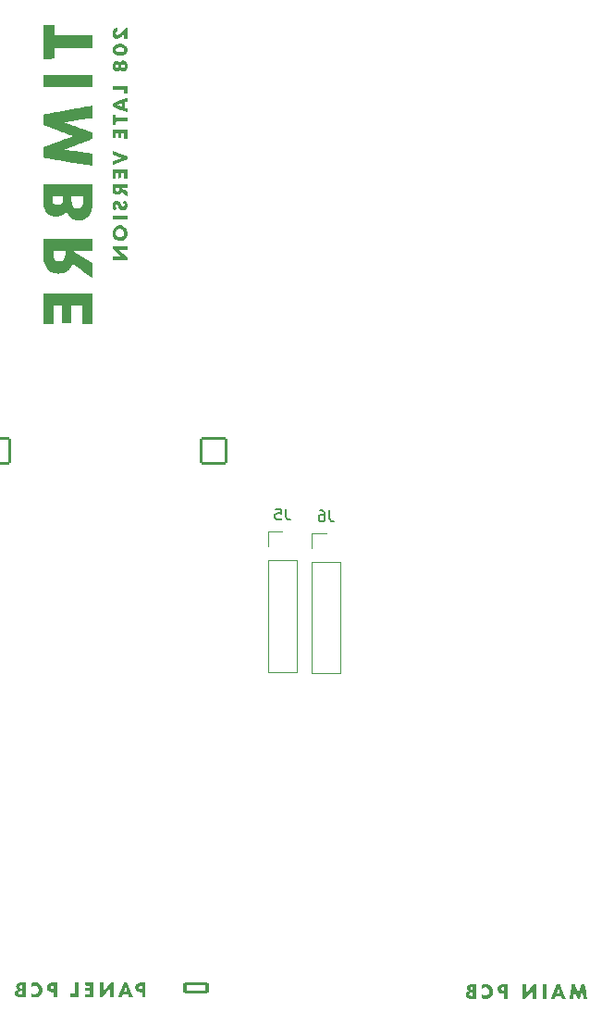
<source format=gbr>
%TF.GenerationSoftware,KiCad,Pcbnew,(7.0.0-0)*%
%TF.CreationDate,2023-02-25T18:04:37+01:00*%
%TF.ProjectId,208_Timbre_Workshop,3230385f-5469-46d6-9272-655f576f726b,1*%
%TF.SameCoordinates,Original*%
%TF.FileFunction,Legend,Bot*%
%TF.FilePolarity,Positive*%
%FSLAX46Y46*%
G04 Gerber Fmt 4.6, Leading zero omitted, Abs format (unit mm)*
G04 Created by KiCad (PCBNEW (7.0.0-0)) date 2023-02-25 18:04:37*
%MOMM*%
%LPD*%
G01*
G04 APERTURE LIST*
G04 Aperture macros list*
%AMRoundRect*
0 Rectangle with rounded corners*
0 $1 Rounding radius*
0 $2 $3 $4 $5 $6 $7 $8 $9 X,Y pos of 4 corners*
0 Add a 4 corners polygon primitive as box body*
4,1,4,$2,$3,$4,$5,$6,$7,$8,$9,$2,$3,0*
0 Add four circle primitives for the rounded corners*
1,1,$1+$1,$2,$3*
1,1,$1+$1,$4,$5*
1,1,$1+$1,$6,$7*
1,1,$1+$1,$8,$9*
0 Add four rect primitives between the rounded corners*
20,1,$1+$1,$2,$3,$4,$5,0*
20,1,$1+$1,$4,$5,$6,$7,0*
20,1,$1+$1,$6,$7,$8,$9,0*
20,1,$1+$1,$8,$9,$2,$3,0*%
G04 Aperture macros list end*
%ADD10C,0.150000*%
%ADD11C,0.120000*%
%ADD12C,1.600000*%
%ADD13O,1.600000X1.600000*%
%ADD14C,4.000000*%
%ADD15RoundRect,0.165000X-0.985000X-0.385000X0.985000X-0.385000X0.985000X0.385000X-0.985000X0.385000X0*%
%ADD16O,2.400000X1.300000*%
%ADD17C,3.200000*%
%ADD18R,1.600000X1.600000*%
%ADD19C,1.676400*%
%ADD20R,1.300000X1.300000*%
%ADD21C,1.300000*%
%ADD22C,2.000000*%
%ADD23RoundRect,0.125000X1.125000X1.125000X-1.125000X1.125000X-1.125000X-1.125000X1.125000X-1.125000X0*%
%ADD24C,2.500000*%
%ADD25R,1.650000X1.650000*%
%ADD26C,1.650000*%
%ADD27R,1.700000X1.700000*%
%ADD28O,1.700000X1.700000*%
G04 APERTURE END LIST*
D10*
%TO.C,J6*%
X51855933Y57164020D02*
X51855933Y56449734D01*
X51855933Y56449734D02*
X51903552Y56306877D01*
X51903552Y56306877D02*
X51998790Y56211639D01*
X51998790Y56211639D02*
X52141647Y56164020D01*
X52141647Y56164020D02*
X52236885Y56164020D01*
X50951171Y57164020D02*
X51141647Y57164020D01*
X51141647Y57164020D02*
X51236885Y57116400D01*
X51236885Y57116400D02*
X51284504Y57068781D01*
X51284504Y57068781D02*
X51379742Y56925924D01*
X51379742Y56925924D02*
X51427361Y56735448D01*
X51427361Y56735448D02*
X51427361Y56354496D01*
X51427361Y56354496D02*
X51379742Y56259258D01*
X51379742Y56259258D02*
X51332123Y56211639D01*
X51332123Y56211639D02*
X51236885Y56164020D01*
X51236885Y56164020D02*
X51046409Y56164020D01*
X51046409Y56164020D02*
X50951171Y56211639D01*
X50951171Y56211639D02*
X50903552Y56259258D01*
X50903552Y56259258D02*
X50855933Y56354496D01*
X50855933Y56354496D02*
X50855933Y56592591D01*
X50855933Y56592591D02*
X50903552Y56687829D01*
X50903552Y56687829D02*
X50951171Y56735448D01*
X50951171Y56735448D02*
X51046409Y56783067D01*
X51046409Y56783067D02*
X51236885Y56783067D01*
X51236885Y56783067D02*
X51332123Y56735448D01*
X51332123Y56735448D02*
X51379742Y56687829D01*
X51379742Y56687829D02*
X51427361Y56592591D01*
%TO.C,J5*%
X47855933Y57304020D02*
X47855933Y56589734D01*
X47855933Y56589734D02*
X47903552Y56446877D01*
X47903552Y56446877D02*
X47998790Y56351639D01*
X47998790Y56351639D02*
X48141647Y56304020D01*
X48141647Y56304020D02*
X48236885Y56304020D01*
X46903552Y57304020D02*
X47379742Y57304020D01*
X47379742Y57304020D02*
X47427361Y56827829D01*
X47427361Y56827829D02*
X47379742Y56875448D01*
X47379742Y56875448D02*
X47284504Y56923067D01*
X47284504Y56923067D02*
X47046409Y56923067D01*
X47046409Y56923067D02*
X46951171Y56875448D01*
X46951171Y56875448D02*
X46903552Y56827829D01*
X46903552Y56827829D02*
X46855933Y56732591D01*
X46855933Y56732591D02*
X46855933Y56494496D01*
X46855933Y56494496D02*
X46903552Y56399258D01*
X46903552Y56399258D02*
X46951171Y56351639D01*
X46951171Y56351639D02*
X47046409Y56304020D01*
X47046409Y56304020D02*
X47284504Y56304020D01*
X47284504Y56304020D02*
X47379742Y56351639D01*
X47379742Y56351639D02*
X47427361Y56399258D01*
D11*
%TO.C,J6*%
X52852600Y42271400D02*
X50192600Y42271400D01*
X52852600Y52491400D02*
X52852600Y42271400D01*
X52852600Y52491400D02*
X50192600Y52491400D01*
X51522600Y55091400D02*
X50192600Y55091400D01*
X50192600Y52491400D02*
X50192600Y42271400D01*
X50192600Y55091400D02*
X50192600Y53761400D01*
%TO.C,G\u002A\u002A\u002A*%
G36*
X31137722Y13578458D02*
G01*
X31137722Y13165212D01*
X31468283Y13578458D01*
X31798844Y13991705D01*
X31932989Y13991705D01*
X32067134Y13991705D01*
X32067134Y13321116D01*
X32067134Y12650528D01*
X31908310Y12650528D01*
X31749487Y12650528D01*
X31749487Y13069874D01*
X31749487Y13489219D01*
X31417134Y13072815D01*
X31084781Y12656410D01*
X30952428Y12653084D01*
X30820075Y12649758D01*
X30820075Y13320731D01*
X30820075Y13991705D01*
X30978898Y13991705D01*
X31137722Y13991705D01*
X31137722Y13578458D01*
G37*
G36*
X28711251Y13989095D02*
G01*
X28873016Y13985822D01*
X28876072Y13332881D01*
X28876397Y13254775D01*
X28876727Y13136848D01*
X28876843Y13027204D01*
X28876753Y12928019D01*
X28876464Y12841473D01*
X28875987Y12769743D01*
X28875328Y12715008D01*
X28874496Y12679446D01*
X28873500Y12665234D01*
X28873486Y12665198D01*
X28866358Y12660830D01*
X28847515Y12657352D01*
X28814989Y12654684D01*
X28766811Y12652747D01*
X28701012Y12651461D01*
X28615624Y12650748D01*
X28508679Y12650528D01*
X28149487Y12650528D01*
X28149487Y12803469D01*
X28149487Y12956410D01*
X28349487Y12956410D01*
X28549487Y12956410D01*
X28549487Y13474390D01*
X28549487Y13992369D01*
X28711251Y13989095D01*
G37*
G36*
X30252542Y13332881D02*
G01*
X30252867Y13254775D01*
X30253198Y13136848D01*
X30253314Y13027204D01*
X30253223Y12928019D01*
X30252935Y12841473D01*
X30252457Y12769743D01*
X30251798Y12715008D01*
X30250967Y12679446D01*
X30249970Y12665234D01*
X30247850Y12663051D01*
X30235568Y12659328D01*
X30210986Y12656361D01*
X30172234Y12654083D01*
X30117439Y12652427D01*
X30044731Y12651328D01*
X29952239Y12650717D01*
X29838091Y12650528D01*
X29431840Y12650528D01*
X29431840Y12791705D01*
X29431840Y12932881D01*
X29678898Y12932881D01*
X29925957Y12932881D01*
X29925957Y13079940D01*
X29925957Y13226999D01*
X29696546Y13226999D01*
X29467134Y13226999D01*
X29467134Y13362293D01*
X29467134Y13497587D01*
X29696546Y13497587D01*
X29925957Y13497587D01*
X29925957Y13603231D01*
X29925957Y13708874D01*
X29681840Y13712054D01*
X29437722Y13715234D01*
X29437722Y13850528D01*
X29437722Y13985822D01*
X29843604Y13985822D01*
X30249487Y13985822D01*
X30252542Y13332881D01*
G37*
G36*
X24973674Y14002963D02*
G01*
X25087131Y13973020D01*
X25193792Y13924954D01*
X25291350Y13859957D01*
X25377496Y13779223D01*
X25449926Y13683944D01*
X25506331Y13575312D01*
X25544404Y13454520D01*
X25550963Y13420873D01*
X25559756Y13301684D01*
X25547086Y13185035D01*
X25514559Y13073300D01*
X25463785Y12968855D01*
X25396370Y12874076D01*
X25313923Y12791337D01*
X25218051Y12723015D01*
X25110363Y12671485D01*
X24992467Y12639122D01*
X24980268Y12637139D01*
X24899638Y12631607D01*
X24809258Y12635706D01*
X24717291Y12648375D01*
X24631901Y12668553D01*
X24561251Y12695178D01*
X24520075Y12715234D01*
X24516827Y12894697D01*
X24513579Y13074161D01*
X24575651Y13027086D01*
X24649807Y12980859D01*
X24736106Y12950839D01*
X24831840Y12941186D01*
X24893346Y12945384D01*
X24984038Y12969035D01*
X25063555Y13012486D01*
X25129942Y13074547D01*
X25181247Y13154027D01*
X25198075Y13191726D01*
X25208226Y13226575D01*
X25213000Y13266669D01*
X25214193Y13321116D01*
X25213098Y13373740D01*
X25208487Y13414323D01*
X25198580Y13449215D01*
X25181599Y13487487D01*
X25170123Y13508788D01*
X25119852Y13576789D01*
X25056369Y13635266D01*
X24986848Y13677230D01*
X24980332Y13680024D01*
X24908958Y13699006D01*
X24828393Y13703515D01*
X24746969Y13693747D01*
X24673016Y13669895D01*
X24639492Y13653182D01*
X24593829Y13626819D01*
X24558310Y13602347D01*
X24514193Y13567066D01*
X24514193Y13748525D01*
X24514193Y13929984D01*
X24574396Y13955882D01*
X24615595Y13972133D01*
X24735599Y14003712D01*
X24855727Y14013592D01*
X24973674Y14002963D01*
G37*
G36*
X35003722Y13709352D02*
G01*
X35005484Y13332881D01*
X35005808Y13254775D01*
X35006139Y13136848D01*
X35006255Y13027204D01*
X35006165Y12928019D01*
X35005876Y12841473D01*
X35005398Y12769743D01*
X35004739Y12715008D01*
X35003908Y12679446D01*
X35002912Y12665234D01*
X35001470Y12663096D01*
X34987335Y12657271D01*
X34957019Y12653380D01*
X34908084Y12651205D01*
X34838091Y12650528D01*
X34678898Y12650528D01*
X34678898Y12885822D01*
X34678898Y13121116D01*
X34575488Y13121116D01*
X34542827Y13121726D01*
X34425424Y13135377D01*
X34322082Y13166666D01*
X34233597Y13215187D01*
X34160764Y13280531D01*
X34104379Y13362293D01*
X34100535Y13369586D01*
X34088019Y13396236D01*
X34079988Y13422188D01*
X34075463Y13453498D01*
X34073465Y13496221D01*
X34073029Y13554695D01*
X34396546Y13554695D01*
X34396550Y13552091D01*
X34399056Y13509015D01*
X34408148Y13478861D01*
X34426714Y13451775D01*
X34429585Y13448521D01*
X34462955Y13421505D01*
X34500243Y13403879D01*
X34519885Y13399631D01*
X34564531Y13394003D01*
X34611251Y13391770D01*
X34678898Y13391705D01*
X34678898Y13550528D01*
X34678898Y13709352D01*
X34596168Y13709352D01*
X34584625Y13709266D01*
X34511835Y13703052D01*
X34458538Y13685965D01*
X34422827Y13656527D01*
X34402798Y13613263D01*
X34396546Y13554695D01*
X34073029Y13554695D01*
X34073016Y13556410D01*
X34073035Y13572874D01*
X34073770Y13628301D01*
X34076291Y13667723D01*
X34081577Y13697198D01*
X34090605Y13722781D01*
X34104353Y13750528D01*
X34138640Y13803779D01*
X34204671Y13872223D01*
X34284781Y13924171D01*
X34307343Y13934931D01*
X34347405Y13951519D01*
X34388310Y13964143D01*
X34433837Y13973319D01*
X34487763Y13979561D01*
X34553867Y13983382D01*
X34635927Y13985298D01*
X34737722Y13985822D01*
X35002428Y13985822D01*
X35003722Y13709352D01*
G37*
G36*
X26909604Y13709352D02*
G01*
X26911366Y13332881D01*
X26911691Y13254775D01*
X26912021Y13136848D01*
X26912137Y13027204D01*
X26912047Y12928019D01*
X26911759Y12841473D01*
X26911281Y12769743D01*
X26910622Y12715008D01*
X26909790Y12679446D01*
X26908794Y12665234D01*
X26907352Y12663096D01*
X26893218Y12657271D01*
X26862901Y12653380D01*
X26813966Y12651205D01*
X26743974Y12650528D01*
X26584781Y12650528D01*
X26584781Y12885822D01*
X26584781Y13121116D01*
X26481370Y13121116D01*
X26448709Y13121726D01*
X26331306Y13135377D01*
X26227964Y13166666D01*
X26139479Y13215187D01*
X26066646Y13280531D01*
X26010261Y13362293D01*
X26006417Y13369586D01*
X25993902Y13396236D01*
X25985870Y13422188D01*
X25981345Y13453498D01*
X25979347Y13496221D01*
X25978911Y13554695D01*
X26302428Y13554695D01*
X26302432Y13552091D01*
X26304939Y13509015D01*
X26314030Y13478861D01*
X26332596Y13451775D01*
X26335467Y13448521D01*
X26368837Y13421505D01*
X26406125Y13403879D01*
X26425768Y13399631D01*
X26470414Y13394003D01*
X26517134Y13391770D01*
X26584781Y13391705D01*
X26584781Y13550528D01*
X26584781Y13709352D01*
X26502050Y13709352D01*
X26490507Y13709266D01*
X26417717Y13703052D01*
X26364420Y13685965D01*
X26328710Y13656527D01*
X26308681Y13613263D01*
X26302428Y13554695D01*
X25978911Y13554695D01*
X25978898Y13556410D01*
X25978918Y13572874D01*
X25979652Y13628301D01*
X25982173Y13667723D01*
X25987459Y13697198D01*
X25996487Y13722781D01*
X26010235Y13750528D01*
X26044523Y13803779D01*
X26110553Y13872223D01*
X26190663Y13924171D01*
X26213225Y13934931D01*
X26253288Y13951519D01*
X26294193Y13964143D01*
X26339719Y13973319D01*
X26393645Y13979561D01*
X26459749Y13983382D01*
X26541809Y13985298D01*
X26643604Y13985822D01*
X26908310Y13985822D01*
X26909604Y13709352D01*
G37*
G36*
X24008310Y13735622D02*
G01*
X24008310Y13322502D01*
X24008310Y13215234D01*
X24008310Y12650528D01*
X23746546Y12650617D01*
X23739766Y12650622D01*
X23615278Y12651947D01*
X23511226Y12656002D01*
X23424751Y12663365D01*
X23353000Y12674612D01*
X23293114Y12690322D01*
X23242237Y12711071D01*
X23197514Y12737438D01*
X23156088Y12770000D01*
X23127601Y12797217D01*
X23084132Y12854628D01*
X23058036Y12919714D01*
X23046177Y12999010D01*
X23047022Y13066284D01*
X23048128Y13071271D01*
X23363195Y13071271D01*
X23369011Y13021405D01*
X23392474Y12975707D01*
X23433839Y12939454D01*
X23465926Y12926445D01*
X23513643Y12917450D01*
X23580708Y12911897D01*
X23690663Y12906146D01*
X23690663Y13060690D01*
X23690663Y13215234D01*
X23593604Y13214976D01*
X23539398Y13213180D01*
X23487791Y13205856D01*
X23446103Y13191823D01*
X23403477Y13162409D01*
X23374769Y13120031D01*
X23363195Y13071271D01*
X23048128Y13071271D01*
X23065950Y13151651D01*
X23104868Y13225516D01*
X23162991Y13286519D01*
X23239532Y13333301D01*
X23297916Y13360085D01*
X23247816Y13406265D01*
X23212150Y13443080D01*
X23175505Y13498966D01*
X23155533Y13562483D01*
X23152808Y13597496D01*
X23457496Y13597496D01*
X23465199Y13548057D01*
X23488145Y13504220D01*
X23525774Y13472325D01*
X23526595Y13471893D01*
X23573046Y13456327D01*
X23628715Y13450528D01*
X23690663Y13450528D01*
X23690663Y13593075D01*
X23690663Y13735622D01*
X23614319Y13730761D01*
X23597176Y13729407D01*
X23542655Y13719595D01*
X23505496Y13701792D01*
X23490057Y13687830D01*
X23465595Y13646200D01*
X23457496Y13597496D01*
X23152808Y13597496D01*
X23149487Y13640168D01*
X23149489Y13641670D01*
X23159450Y13730660D01*
X23188845Y13806572D01*
X23237851Y13869636D01*
X23306646Y13920080D01*
X23395406Y13958132D01*
X23419824Y13965423D01*
X23449367Y13972217D01*
X23483406Y13977403D01*
X23525749Y13981321D01*
X23580202Y13984308D01*
X23650571Y13986703D01*
X23740663Y13988846D01*
X24008310Y13994476D01*
X24008310Y13735622D01*
G37*
G36*
X33648532Y13165813D02*
G01*
X33687307Y13071459D01*
X33726052Y12976971D01*
X33761477Y12890349D01*
X33792628Y12813906D01*
X33818548Y12749955D01*
X33838285Y12700809D01*
X33850882Y12668781D01*
X33851544Y12662733D01*
X33845340Y12657414D01*
X33828468Y12653881D01*
X33797712Y12651787D01*
X33749860Y12650785D01*
X33681696Y12650528D01*
X33505505Y12650528D01*
X33459655Y12776999D01*
X33413804Y12903469D01*
X33170932Y12906646D01*
X32928060Y12909823D01*
X32884859Y12780175D01*
X32841659Y12650528D01*
X32658907Y12650528D01*
X32637314Y12650539D01*
X32574042Y12650862D01*
X32530103Y12651919D01*
X32502215Y12654090D01*
X32487100Y12657759D01*
X32481478Y12663307D01*
X32482070Y12671116D01*
X32482755Y12673179D01*
X32490653Y12693946D01*
X32506225Y12733470D01*
X32528503Y12789364D01*
X32556518Y12859241D01*
X32589303Y12940713D01*
X32625887Y13031394D01*
X32665302Y13128896D01*
X32680017Y13165234D01*
X33019965Y13165234D01*
X33020105Y13164854D01*
X33033439Y13161561D01*
X33065361Y13158878D01*
X33111412Y13157072D01*
X33167134Y13156410D01*
X33173489Y13156419D01*
X33228365Y13157269D01*
X33273078Y13159308D01*
X33303171Y13162251D01*
X33314193Y13165813D01*
X33314191Y13165887D01*
X33310235Y13179891D01*
X33299550Y13212326D01*
X33283374Y13259574D01*
X33262944Y13318018D01*
X33239500Y13384041D01*
X33164808Y13592866D01*
X33092331Y13383462D01*
X33091818Y13381979D01*
X33069122Y13315922D01*
X33049389Y13257599D01*
X33033818Y13210631D01*
X33023610Y13178636D01*
X33019965Y13165234D01*
X32680017Y13165234D01*
X32706580Y13230832D01*
X32748752Y13334815D01*
X32790849Y13438458D01*
X32831903Y13539373D01*
X32870945Y13635174D01*
X32907006Y13723473D01*
X32939117Y13801884D01*
X32966310Y13868018D01*
X32987617Y13919489D01*
X33002068Y13953909D01*
X33008694Y13968893D01*
X33010772Y13972454D01*
X33019252Y13981099D01*
X33034164Y13986704D01*
X33059781Y13989911D01*
X33100377Y13991363D01*
X33160225Y13991705D01*
X33207918Y13991267D01*
X33262028Y13988847D01*
X33295757Y13984151D01*
X33310954Y13976999D01*
X33314978Y13968490D01*
X33327243Y13940130D01*
X33346689Y13894193D01*
X33372361Y13832993D01*
X33403303Y13758842D01*
X33438563Y13674054D01*
X33477184Y13580941D01*
X33518212Y13481816D01*
X33560693Y13378992D01*
X33603672Y13274783D01*
X33646195Y13171501D01*
X33648532Y13165813D01*
G37*
G36*
X30145307Y96426958D02*
G01*
X30145307Y95862252D01*
X27880601Y95862252D01*
X25615895Y95862252D01*
X25615895Y96426958D01*
X25615895Y96991664D01*
X27880601Y96991664D01*
X30145307Y96991664D01*
X30145307Y96426958D01*
G37*
G36*
X33321778Y83921075D02*
G01*
X33321778Y83756369D01*
X32657072Y83756369D01*
X31992366Y83756369D01*
X31992366Y83921075D01*
X31992366Y84085781D01*
X32657072Y84085781D01*
X33321778Y84085781D01*
X33321778Y83921075D01*
G37*
G36*
X33321778Y95626958D02*
G01*
X33321778Y95262252D01*
X33168836Y95262252D01*
X33015895Y95262252D01*
X33015895Y95462252D01*
X33015895Y95662252D01*
X32504131Y95662252D01*
X31992366Y95662252D01*
X31992366Y95826958D01*
X31992366Y95991664D01*
X32657072Y95991664D01*
X33321778Y95991664D01*
X33321778Y95626958D01*
G37*
G36*
X26130601Y101565317D02*
G01*
X26645307Y101562252D01*
X26648379Y101076958D01*
X26651450Y100591664D01*
X28398379Y100591664D01*
X30145307Y100591664D01*
X30145307Y100015193D01*
X30145307Y99438722D01*
X28398379Y99438722D01*
X26651450Y99438722D01*
X26648379Y98953428D01*
X26645307Y98468134D01*
X26130601Y98465069D01*
X25615895Y98462005D01*
X25615895Y100015193D01*
X25615895Y101568382D01*
X26130601Y101565317D01*
G37*
G36*
X32142366Y93353780D02*
G01*
X32292366Y93350487D01*
X32295680Y93212252D01*
X32298995Y93074017D01*
X32810386Y93074017D01*
X33321778Y93074017D01*
X33321778Y92903428D01*
X33321778Y92732840D01*
X32810375Y92732840D01*
X32298972Y92732840D01*
X32295669Y92588722D01*
X32292366Y92444605D01*
X32142366Y92441312D01*
X31992366Y92438019D01*
X31992366Y92897546D01*
X31992366Y93357072D01*
X32142366Y93353780D01*
G37*
G36*
X33321778Y81150638D02*
G01*
X33321778Y80991965D01*
X32908699Y80988873D01*
X32495621Y80985781D01*
X32908699Y80657408D01*
X33321778Y80329034D01*
X33321778Y80195643D01*
X33321778Y80062252D01*
X32657072Y80062252D01*
X31992366Y80062252D01*
X31992366Y80220923D01*
X31992366Y80379594D01*
X32399146Y80382688D01*
X32805927Y80385781D01*
X32399735Y80709311D01*
X31993544Y81032840D01*
X31992955Y81171075D01*
X31992366Y81309311D01*
X32657072Y81309311D01*
X33321778Y81309311D01*
X33321778Y81150638D01*
G37*
G36*
X33321778Y91591664D02*
G01*
X33321778Y91179899D01*
X33186484Y91179899D01*
X33051189Y91179899D01*
X33051189Y91426958D01*
X33051189Y91674017D01*
X32904385Y91674017D01*
X32757580Y91674017D01*
X32754385Y91447546D01*
X32751189Y91221075D01*
X32618836Y91217749D01*
X32486484Y91214422D01*
X32486484Y91444219D01*
X32486484Y91674017D01*
X32374719Y91674017D01*
X32262954Y91674017D01*
X32262954Y91432840D01*
X32262954Y91191664D01*
X32127660Y91191664D01*
X31992366Y91191664D01*
X31992366Y91597546D01*
X31992366Y92003428D01*
X32657072Y92003428D01*
X33321778Y92003428D01*
X33321778Y91591664D01*
G37*
G36*
X33321778Y87921075D02*
G01*
X33321778Y87509311D01*
X33186484Y87509311D01*
X33051189Y87509311D01*
X33051189Y87756369D01*
X33051189Y88003428D01*
X32904385Y88003428D01*
X32757580Y88003428D01*
X32754385Y87776958D01*
X32751189Y87550487D01*
X32618836Y87547161D01*
X32486484Y87543834D01*
X32486484Y87773631D01*
X32486484Y88003428D01*
X32374719Y88003428D01*
X32262954Y88003428D01*
X32262954Y87762252D01*
X32262954Y87521075D01*
X32127660Y87521075D01*
X31992366Y87521075D01*
X31992366Y87926958D01*
X31992366Y88332840D01*
X32657072Y88332840D01*
X33321778Y88332840D01*
X33321778Y87921075D01*
G37*
G36*
X30145307Y75585781D02*
G01*
X30145307Y74191664D01*
X29680601Y74191664D01*
X29215895Y74191664D01*
X29215895Y75026958D01*
X29215895Y75862252D01*
X28715895Y75862252D01*
X28215895Y75862252D01*
X28215895Y75079899D01*
X28215895Y74297546D01*
X27762954Y74297546D01*
X27310013Y74297546D01*
X27310013Y75079899D01*
X27310013Y75862252D01*
X26927660Y75862252D01*
X26545307Y75862252D01*
X26545307Y75038722D01*
X26545307Y74215193D01*
X26080601Y74215193D01*
X25615895Y74215193D01*
X25615895Y75597546D01*
X25615895Y76979899D01*
X27880601Y76979899D01*
X30145307Y76979899D01*
X30145307Y75585781D01*
G37*
G36*
X32048248Y90028038D02*
G01*
X32058277Y90024053D01*
X32091395Y90010847D01*
X32142856Y89990299D01*
X32210455Y89963288D01*
X32291986Y89930697D01*
X32385246Y89893407D01*
X32488030Y89852300D01*
X32598133Y89808256D01*
X32713351Y89762156D01*
X33322571Y89518381D01*
X33319233Y89399146D01*
X33315895Y89279911D01*
X32686484Y89024655D01*
X32595694Y88987849D01*
X32483970Y88942596D01*
X32379666Y88900392D01*
X32284837Y88862065D01*
X32201538Y88828445D01*
X32131822Y88800361D01*
X32077744Y88778642D01*
X32041358Y88764116D01*
X32024719Y88757614D01*
X31992366Y88745829D01*
X31992442Y88924629D01*
X31992519Y89103428D01*
X32330678Y89220332D01*
X32350623Y89227229D01*
X32439738Y89258101D01*
X32525110Y89287757D01*
X32603038Y89314907D01*
X32669822Y89338261D01*
X32721762Y89356527D01*
X32755158Y89368414D01*
X32841480Y89399593D01*
X32417039Y89545628D01*
X31992598Y89691664D01*
X31992482Y89870904D01*
X31992366Y90050144D01*
X32048248Y90028038D01*
G37*
G36*
X32815895Y94732515D02*
G01*
X32877870Y94757835D01*
X32980414Y94799618D01*
X33072685Y94837097D01*
X33152768Y94869499D01*
X33218748Y94896049D01*
X33268711Y94915972D01*
X33300743Y94928494D01*
X33312929Y94932840D01*
X33314417Y94930367D01*
X33317324Y94909746D01*
X33319659Y94871600D01*
X33321213Y94820029D01*
X33321778Y94759131D01*
X33321778Y94585422D01*
X33260013Y94563615D01*
X33240296Y94556608D01*
X33186452Y94537181D01*
X33136484Y94518832D01*
X33074719Y94495855D01*
X33074719Y94251957D01*
X33074719Y94008059D01*
X33198248Y93968134D01*
X33321778Y93928209D01*
X33321778Y93743241D01*
X33321778Y93558272D01*
X32854131Y93747425D01*
X32827486Y93758202D01*
X32718746Y93802176D01*
X32609929Y93846170D01*
X32504682Y93888710D01*
X32406654Y93928322D01*
X32319493Y93963531D01*
X32246848Y93992864D01*
X32192366Y94014846D01*
X31998248Y94093114D01*
X31998248Y94245231D01*
X31998248Y94246395D01*
X32396655Y94246395D01*
X32398248Y94240816D01*
X32412193Y94236880D01*
X32445956Y94226101D01*
X32494390Y94210013D01*
X32553387Y94189983D01*
X32618836Y94167379D01*
X32815895Y94098769D01*
X32815895Y94250591D01*
X32815895Y94402412D01*
X32701189Y94360403D01*
X32680815Y94352974D01*
X32612724Y94328472D01*
X32541846Y94303349D01*
X32480601Y94282018D01*
X32455585Y94273159D01*
X32416266Y94257425D01*
X32396655Y94246395D01*
X31998248Y94246395D01*
X31998248Y94397349D01*
X32651164Y94665094D01*
X32766967Y94712525D01*
X32815895Y94732515D01*
G37*
G36*
X33321778Y100833816D02*
G01*
X33321778Y100285781D01*
X33174973Y100285781D01*
X33028168Y100285781D01*
X33024973Y100511881D01*
X33021778Y100737980D01*
X32862626Y100584832D01*
X32815760Y100540099D01*
X32749781Y100479084D01*
X32694843Y100431589D01*
X32647860Y100395298D01*
X32605745Y100367894D01*
X32565411Y100347060D01*
X32523773Y100330480D01*
X32477159Y100317809D01*
X32400886Y100307849D01*
X32323685Y100308136D01*
X32256376Y100319129D01*
X32177184Y100353150D01*
X32106414Y100407560D01*
X32047047Y100479828D01*
X32001526Y100567571D01*
X31999351Y100573102D01*
X31989020Y100603431D01*
X31982119Y100634844D01*
X31977997Y100672949D01*
X31976002Y100723353D01*
X31975482Y100791664D01*
X31975505Y100809629D01*
X31976289Y100872938D01*
X31978681Y100919726D01*
X31983351Y100955654D01*
X31990969Y100986380D01*
X32002203Y101017565D01*
X32024344Y101062468D01*
X32070997Y101129280D01*
X32127997Y101189377D01*
X32188267Y101234507D01*
X32202842Y101242580D01*
X32258095Y101267655D01*
X32318980Y101288966D01*
X32376876Y101303767D01*
X32423158Y101309311D01*
X32463618Y101309311D01*
X32460345Y101148763D01*
X32457072Y100988215D01*
X32398248Y100971294D01*
X32372759Y100962524D01*
X32315725Y100928746D01*
X32276461Y100882067D01*
X32256701Y100825099D01*
X32258185Y100760458D01*
X32274730Y100712766D01*
X32308951Y100671840D01*
X32356729Y100647749D01*
X32415387Y100641752D01*
X32482248Y100655107D01*
X32508269Y100665185D01*
X32538727Y100680634D01*
X32572720Y100702068D01*
X32612114Y100731013D01*
X32658779Y100768994D01*
X32714580Y100817538D01*
X32781387Y100878171D01*
X32861066Y100952420D01*
X32955485Y101041810D01*
X32989029Y101073704D01*
X33056740Y101137894D01*
X33119799Y101197430D01*
X33175735Y101249993D01*
X33222074Y101293262D01*
X33256344Y101324917D01*
X33276073Y101342639D01*
X33321778Y101381850D01*
X33321778Y100833816D01*
G37*
G36*
X32635058Y83249006D02*
G01*
X32657072Y83250487D01*
X32729242Y83247551D01*
X32847443Y83227414D01*
X32954567Y83187355D01*
X33052908Y83126397D01*
X33144761Y83043569D01*
X33189106Y82992571D01*
X33257554Y82891283D01*
X33307756Y82783477D01*
X33337179Y82674017D01*
X33337907Y82668712D01*
X33340337Y82638042D01*
X33342398Y82593763D01*
X33343705Y82543546D01*
X33343413Y82505750D01*
X33328081Y82376588D01*
X33290708Y82255333D01*
X33231631Y82142869D01*
X33151189Y82040080D01*
X33096788Y81986658D01*
X33000054Y81914242D01*
X32895742Y81863619D01*
X32782024Y81833990D01*
X32657072Y81824559D01*
X32587469Y81827689D01*
X32467969Y81849014D01*
X32358470Y81891132D01*
X32257288Y81954780D01*
X32162737Y82040696D01*
X32099835Y82117525D01*
X32036507Y82226438D01*
X31993398Y82344412D01*
X31971177Y82468760D01*
X31971017Y82499646D01*
X32277316Y82499646D01*
X32292230Y82414402D01*
X32326845Y82339639D01*
X32382245Y82272415D01*
X32409825Y82247781D01*
X32481238Y82202635D01*
X32562471Y82176535D01*
X32657072Y82168134D01*
X32716156Y82171510D01*
X32807752Y82192540D01*
X32886446Y82232140D01*
X32950844Y82289514D01*
X32999553Y82363865D01*
X33004920Y82375623D01*
X33025587Y82442857D01*
X33036076Y82518580D01*
X33035616Y82593317D01*
X33023436Y82657589D01*
X33008265Y82697050D01*
X32961879Y82774362D01*
X32899790Y82835034D01*
X32823572Y82878055D01*
X32734803Y82902412D01*
X32635058Y82907092D01*
X32627749Y82906660D01*
X32530231Y82890296D01*
X32446840Y82855692D01*
X32378718Y82803965D01*
X32327007Y82736231D01*
X32292848Y82653606D01*
X32277383Y82557208D01*
X32277316Y82499646D01*
X31971017Y82499646D01*
X31970513Y82596794D01*
X31992077Y82725828D01*
X32009384Y82784687D01*
X32049840Y82879496D01*
X32105635Y82966064D01*
X32180598Y83050996D01*
X32242981Y83108451D01*
X32334754Y83173145D01*
X32431651Y83217247D01*
X32537735Y83242461D01*
X32635058Y83249006D01*
G37*
G36*
X32689216Y99839956D02*
G01*
X32765176Y99836312D01*
X32893090Y99815284D01*
X33006154Y99777612D01*
X33105894Y99722753D01*
X33193839Y99650162D01*
X33235603Y99604873D01*
X33290151Y99524884D01*
X33329555Y99432840D01*
X33335751Y99406810D01*
X33341289Y99348186D01*
X33341191Y99271470D01*
X33340145Y99245475D01*
X33336461Y99195046D01*
X33329721Y99156425D01*
X33318119Y99121300D01*
X33299845Y99081360D01*
X33295241Y99072260D01*
X33236712Y98984371D01*
X33159316Y98907479D01*
X33065672Y98843410D01*
X32958397Y98793988D01*
X32840112Y98761037D01*
X32820939Y98757531D01*
X32705883Y98745587D01*
X32586659Y98746945D01*
X32471420Y98761145D01*
X32368317Y98787725D01*
X32320065Y98805802D01*
X32218546Y98856068D01*
X32135280Y98917756D01*
X32067606Y98993089D01*
X32012859Y99084289D01*
X32009787Y99090682D01*
X31979897Y99180206D01*
X31968408Y99277589D01*
X31971193Y99319760D01*
X32265062Y99319760D01*
X32267094Y99264830D01*
X32268208Y99258548D01*
X32286154Y99208775D01*
X32320847Y99167484D01*
X32375681Y99130480D01*
X32392315Y99121950D01*
X32478760Y99092288D01*
X32583313Y99077291D01*
X32705700Y99077003D01*
X32787010Y99084890D01*
X32881078Y99105671D01*
X32956226Y99137767D01*
X33011706Y99180833D01*
X33046769Y99234523D01*
X33057015Y99265927D01*
X33059252Y99322801D01*
X33038706Y99374688D01*
X32995604Y99421143D01*
X32930176Y99461720D01*
X32867374Y99486715D01*
X32780899Y99507250D01*
X32689216Y99516519D01*
X32596823Y99514914D01*
X32508217Y99502828D01*
X32427896Y99480654D01*
X32360357Y99448784D01*
X32310097Y99407609D01*
X32280627Y99366882D01*
X32265062Y99319760D01*
X31971193Y99319760D01*
X31974970Y99376957D01*
X31999238Y99472436D01*
X32040865Y99558153D01*
X32045933Y99565929D01*
X32109145Y99642523D01*
X32188613Y99709942D01*
X32277895Y99762629D01*
X32317115Y99780387D01*
X32396315Y99810104D01*
X32473953Y99829068D01*
X32558162Y99838968D01*
X32657072Y99841498D01*
X32689216Y99839956D01*
G37*
G36*
X32259541Y86956369D02*
G01*
X32657072Y86956369D01*
X33321778Y86956369D01*
X33321778Y86791664D01*
X33321778Y86626958D01*
X33080601Y86626958D01*
X33059749Y86626946D01*
X32981302Y86626555D01*
X32923106Y86625484D01*
X32882491Y86623552D01*
X32856785Y86620582D01*
X32843320Y86616393D01*
X32839425Y86610809D01*
X32843716Y86605212D01*
X32865297Y86588088D01*
X32902570Y86562196D01*
X32952741Y86529394D01*
X33013016Y86491539D01*
X33080601Y86450487D01*
X33321778Y86306314D01*
X33321778Y86113695D01*
X33321583Y86067786D01*
X33320699Y86009439D01*
X33319225Y85962943D01*
X33317296Y85932191D01*
X33315048Y85921075D01*
X33306860Y85925819D01*
X33281735Y85942597D01*
X33242364Y85969746D01*
X33191375Y86005435D01*
X33131394Y86047837D01*
X33065048Y86095121D01*
X33009660Y86134711D01*
X32947449Y86179080D01*
X32893414Y86217512D01*
X32850292Y86248065D01*
X32820820Y86268794D01*
X32807735Y86277759D01*
X32802598Y86278722D01*
X32785293Y86266118D01*
X32762699Y86233467D01*
X32747811Y86210596D01*
X32704556Y86158681D01*
X32652689Y86110048D01*
X32598808Y86070503D01*
X32549511Y86045853D01*
X32515193Y86037270D01*
X32462402Y86029806D01*
X32408358Y86026958D01*
X32323745Y86034331D01*
X32234073Y86061716D01*
X32156916Y86108542D01*
X32093269Y86173981D01*
X32044131Y86257206D01*
X32010499Y86357389D01*
X32009721Y86360772D01*
X32003164Y86398787D01*
X31998329Y86448135D01*
X31995055Y86511858D01*
X31993179Y86593001D01*
X31992965Y86626958D01*
X32259541Y86626958D01*
X32266512Y86543808D01*
X32274295Y86486950D01*
X32293616Y86427609D01*
X32324300Y86387186D01*
X32367733Y86364043D01*
X32425303Y86356543D01*
X32481168Y86363604D01*
X32528841Y86388177D01*
X32560798Y86429958D01*
X32570115Y86456314D01*
X32580425Y86500448D01*
X32587538Y86548123D01*
X32595615Y86626958D01*
X32427578Y86626958D01*
X32259541Y86626958D01*
X31992965Y86626958D01*
X31992540Y86694605D01*
X31992366Y86956369D01*
X32259541Y86956369D01*
G37*
G36*
X33102588Y85555943D02*
G01*
X33116822Y85546926D01*
X33142278Y85525995D01*
X33173952Y85497231D01*
X33235988Y85425789D01*
X33289890Y85335516D01*
X33327428Y85237401D01*
X33334750Y85203965D01*
X33341311Y85136528D01*
X33341520Y85049778D01*
X33339914Y85006496D01*
X33336257Y84958593D01*
X33329675Y84921341D01*
X33318664Y84887125D01*
X33301717Y84848327D01*
X33259438Y84773456D01*
X33196544Y84699417D01*
X33122244Y84645355D01*
X33037448Y84611902D01*
X32943070Y84599691D01*
X32908334Y84599971D01*
X32827734Y84608937D01*
X32758947Y84631302D01*
X32695392Y84668905D01*
X32659714Y84698716D01*
X32620197Y84743123D01*
X32581619Y84800504D01*
X32541806Y84874153D01*
X32498585Y84967366D01*
X32468478Y85033808D01*
X32441909Y85085648D01*
X32418655Y85120930D01*
X32396368Y85142548D01*
X32372701Y85153397D01*
X32345307Y85156369D01*
X32322688Y85154233D01*
X32282656Y85135166D01*
X32255612Y85096986D01*
X32242252Y85040478D01*
X32241962Y85037297D01*
X32244363Y84970499D01*
X32265074Y84907696D01*
X32306019Y84842931D01*
X32323324Y84819501D01*
X32338716Y84796548D01*
X32343171Y84786578D01*
X32336207Y84780973D01*
X32314222Y84763069D01*
X32281081Y84735995D01*
X32240672Y84702924D01*
X32141920Y84622044D01*
X32107215Y84662736D01*
X32074713Y84703121D01*
X32023219Y84783636D01*
X31990101Y84866360D01*
X31973329Y84957248D01*
X31970870Y85062252D01*
X31972609Y85103171D01*
X31976537Y85151806D01*
X31983372Y85189679D01*
X31994694Y85224534D01*
X32012086Y85264118D01*
X32037146Y85311134D01*
X32095319Y85387407D01*
X32165749Y85443807D01*
X32247937Y85479984D01*
X32341384Y85495587D01*
X32405463Y85495157D01*
X32477240Y85482351D01*
X32540709Y85454324D01*
X32597869Y85409426D01*
X32650718Y85346007D01*
X32701253Y85262419D01*
X32751473Y85157012D01*
X32770049Y85115754D01*
X32794909Y85064545D01*
X32817370Y85022399D01*
X32834173Y84995673D01*
X32852899Y84975282D01*
X32896304Y84948198D01*
X32943820Y84938287D01*
X32990094Y84945240D01*
X33029770Y84968750D01*
X33057495Y85008509D01*
X33066712Y85035335D01*
X33074438Y85106028D01*
X33060835Y85179022D01*
X33026768Y85251132D01*
X32973102Y85319173D01*
X32908308Y85385781D01*
X33000337Y85470737D01*
X33030337Y85497982D01*
X33064648Y85527898D01*
X33089830Y85548365D01*
X33101894Y85556031D01*
X33102588Y85555943D01*
G37*
G36*
X32914117Y98312043D02*
G01*
X32919317Y98313013D01*
X33003473Y98309502D01*
X33081682Y98287175D01*
X33118297Y98268134D01*
X33187273Y98214117D01*
X33246757Y98142498D01*
X33294105Y98056806D01*
X33326667Y97960570D01*
X33341145Y97874092D01*
X33341854Y97754737D01*
X33321496Y97637108D01*
X33280642Y97526600D01*
X33274984Y97515287D01*
X33221773Y97434254D01*
X33156226Y97370822D01*
X33080930Y97326178D01*
X32998470Y97301503D01*
X32911433Y97297982D01*
X32822403Y97316800D01*
X32788504Y97332435D01*
X32736669Y97368064D01*
X32687575Y97413524D01*
X32649044Y97462252D01*
X32630336Y97491664D01*
X32582382Y97437421D01*
X32558250Y97412492D01*
X32492239Y97365144D01*
X32417901Y97339670D01*
X32333985Y97335558D01*
X32294064Y97340133D01*
X32227550Y97358725D01*
X32167749Y97393096D01*
X32107833Y97446596D01*
X32101590Y97453136D01*
X32038629Y97535449D01*
X31996340Y97626946D01*
X31974203Y97729138D01*
X31972749Y97795610D01*
X32229110Y97795610D01*
X32240152Y97740004D01*
X32269634Y97698026D01*
X32315948Y97671500D01*
X32377482Y97662252D01*
X32397521Y97662522D01*
X32430523Y97666505D01*
X32455136Y97678417D01*
X32481778Y97702252D01*
X32486847Y97707385D01*
X32509374Y97734709D01*
X32519457Y97762165D01*
X32521778Y97801349D01*
X32521115Y97817857D01*
X32745252Y97817857D01*
X32748714Y97761748D01*
X32772012Y97708109D01*
X32804169Y97671364D01*
X32854291Y97640982D01*
X32909938Y97629689D01*
X32966516Y97637454D01*
X33019431Y97664247D01*
X33064091Y97710038D01*
X33082463Y97743590D01*
X33094019Y97798513D01*
X33086649Y97852760D01*
X33062663Y97902175D01*
X33024372Y97942601D01*
X32974087Y97969880D01*
X32914117Y97979855D01*
X32882529Y97976679D01*
X32830264Y97955848D01*
X32788389Y97919423D01*
X32759264Y97871921D01*
X32745252Y97817857D01*
X32521115Y97817857D01*
X32520669Y97828943D01*
X32512074Y97864941D01*
X32491981Y97895858D01*
X32470925Y97916797D01*
X32423905Y97943452D01*
X32373380Y97951912D01*
X32324090Y97943403D01*
X32280779Y97919153D01*
X32248188Y97880388D01*
X32231059Y97828336D01*
X32229110Y97795610D01*
X31972749Y97795610D01*
X31971700Y97843538D01*
X31978088Y97902072D01*
X32004701Y98004227D01*
X32049205Y98095162D01*
X32110113Y98172176D01*
X32185939Y98232571D01*
X32202847Y98242557D01*
X32238492Y98258784D01*
X32277602Y98267768D01*
X32330178Y98272260D01*
X32332689Y98272383D01*
X32373380Y98271499D01*
X32408173Y98270743D01*
X32469416Y98256087D01*
X32523102Y98225832D01*
X32575919Y98177399D01*
X32581628Y98171311D01*
X32609310Y98143007D01*
X32626286Y98129721D01*
X32636690Y98129139D01*
X32644655Y98138948D01*
X32659705Y98161927D01*
X32703307Y98211519D01*
X32755505Y98255747D01*
X32807342Y98286491D01*
X32837371Y98297729D01*
X32914117Y98312043D01*
G37*
G36*
X26545307Y81991664D02*
G01*
X27880601Y81991664D01*
X30145307Y81991664D01*
X30145307Y81432840D01*
X30145307Y80874017D01*
X29315895Y80874017D01*
X28486484Y80874017D01*
X28486484Y80822925D01*
X28486484Y80771834D01*
X29315781Y80272925D01*
X30145079Y79774017D01*
X30145193Y79106369D01*
X30145145Y79013246D01*
X30144893Y78895667D01*
X30144445Y78786981D01*
X30143822Y78689281D01*
X30143042Y78604655D01*
X30142126Y78535196D01*
X30141095Y78482993D01*
X30139969Y78450139D01*
X30138767Y78438722D01*
X30138434Y78438862D01*
X30125500Y78447426D01*
X30094972Y78468590D01*
X30048197Y78501399D01*
X29986522Y78544897D01*
X29911296Y78598128D01*
X29823867Y78660136D01*
X29725581Y78729966D01*
X29617788Y78806662D01*
X29501834Y78889268D01*
X29379068Y78976828D01*
X29250836Y79068386D01*
X29233740Y79080599D01*
X29105905Y79171857D01*
X28983555Y79259095D01*
X28868054Y79341346D01*
X28760769Y79417642D01*
X28663063Y79487017D01*
X28576301Y79548502D01*
X28501850Y79601131D01*
X28441072Y79643935D01*
X28395334Y79675948D01*
X28366000Y79696202D01*
X28354436Y79703729D01*
X28353353Y79703977D01*
X28339451Y79694398D01*
X28318752Y79665121D01*
X28292725Y79618183D01*
X28225243Y79498446D01*
X28129690Y79358942D01*
X28023314Y79231704D01*
X27908765Y79119546D01*
X27788692Y79025284D01*
X27665743Y78951735D01*
X27525664Y78892952D01*
X27370428Y78850004D01*
X27206887Y78824413D01*
X27038860Y78816165D01*
X26870164Y78825246D01*
X26704617Y78851643D01*
X26546040Y78895341D01*
X26398248Y78956326D01*
X26345417Y78983991D01*
X26205272Y79075032D01*
X26079577Y79184489D01*
X25968501Y79312118D01*
X25872214Y79457676D01*
X25790884Y79620918D01*
X25724681Y79801602D01*
X25673774Y79999484D01*
X25667995Y80027527D01*
X25657904Y80079643D01*
X25649190Y80130552D01*
X25641756Y80182315D01*
X25635501Y80236994D01*
X25630327Y80296649D01*
X25626133Y80363342D01*
X25622821Y80439135D01*
X25620291Y80526089D01*
X25618443Y80626265D01*
X25617180Y80741724D01*
X25616403Y80874017D01*
X26545307Y80874017D01*
X26545511Y80747546D01*
X26545662Y80721187D01*
X26552100Y80560975D01*
X26568365Y80421351D01*
X26594975Y80301402D01*
X26632449Y80200212D01*
X26681304Y80116866D01*
X26742059Y80050451D01*
X26815232Y80000050D01*
X26901342Y79964749D01*
X27000906Y79943634D01*
X27114721Y79937332D01*
X27222984Y79949289D01*
X27321775Y79978770D01*
X27408184Y80024904D01*
X27479302Y80086821D01*
X27499309Y80110297D01*
X27547170Y80180736D01*
X27585394Y80262787D01*
X27616879Y80362252D01*
X27624865Y80395812D01*
X27633485Y80445309D01*
X27639880Y80503385D01*
X27644563Y80575019D01*
X27648048Y80665193D01*
X27654359Y80874017D01*
X27099833Y80874017D01*
X26545307Y80874017D01*
X25616403Y80874017D01*
X25616400Y80874528D01*
X25616005Y81026738D01*
X25615895Y81200415D01*
X25615895Y81991664D01*
X26545307Y81991664D01*
G37*
G36*
X26474719Y86979899D02*
G01*
X27881215Y86979899D01*
X28225279Y86979899D01*
X30146535Y86979899D01*
X30142008Y85988722D01*
X30141824Y85948599D01*
X30141013Y85777242D01*
X30140230Y85627366D01*
X30139432Y85497289D01*
X30138573Y85385329D01*
X30137610Y85289801D01*
X30136498Y85209025D01*
X30135193Y85141315D01*
X30133650Y85084991D01*
X30131825Y85038368D01*
X30129674Y84999765D01*
X30127153Y84967497D01*
X30124216Y84939884D01*
X30120820Y84915240D01*
X30116921Y84891885D01*
X30112473Y84868134D01*
X30107539Y84843088D01*
X30065380Y84661835D01*
X30015280Y84500526D01*
X29956171Y84356857D01*
X29886986Y84228525D01*
X29806658Y84113227D01*
X29714118Y84008660D01*
X29604012Y83910147D01*
X29481946Y83827585D01*
X29350363Y83764539D01*
X29207532Y83720337D01*
X29051721Y83694308D01*
X28881198Y83685781D01*
X28874279Y83685792D01*
X28779772Y83688227D01*
X28696337Y83694603D01*
X28630105Y83704466D01*
X28516405Y83734573D01*
X28372679Y83793350D01*
X28238787Y83872484D01*
X28116066Y83970865D01*
X28005857Y84087379D01*
X27909499Y84220915D01*
X27828330Y84370360D01*
X27820844Y84386668D01*
X27798731Y84437400D01*
X27780103Y84483671D01*
X27768372Y84517135D01*
X27753946Y84566135D01*
X27707063Y84495927D01*
X27634083Y84400671D01*
X27528401Y84296363D01*
X27406692Y84206691D01*
X27271474Y84133462D01*
X27125267Y84078484D01*
X27100173Y84071540D01*
X26999660Y84052278D01*
X26886559Y84041475D01*
X26768258Y84039340D01*
X26652142Y84046086D01*
X26545598Y84061923D01*
X26468767Y84079827D01*
X26347704Y84119258D01*
X26239891Y84171313D01*
X26139664Y84238947D01*
X26041358Y84325118D01*
X25995064Y84372573D01*
X25924843Y84457661D01*
X25862990Y84552466D01*
X25804691Y84663877D01*
X25801903Y84669763D01*
X25741943Y84817387D01*
X25693196Y84982064D01*
X25655313Y85165184D01*
X25627947Y85368134D01*
X25627690Y85370778D01*
X25625640Y85405071D01*
X25623704Y85460218D01*
X25621914Y85533835D01*
X25620305Y85623538D01*
X25618908Y85726943D01*
X25617756Y85841666D01*
X25617444Y85885781D01*
X26474719Y85885781D01*
X26474719Y85726462D01*
X26474942Y85696322D01*
X26482919Y85557003D01*
X26502665Y85437554D01*
X26534631Y85337300D01*
X26579268Y85255569D01*
X26637027Y85191687D01*
X26708357Y85144979D01*
X26793709Y85114773D01*
X26893535Y85100395D01*
X26996653Y85100492D01*
X27103979Y85118037D01*
X27197309Y85154483D01*
X27276808Y85209948D01*
X27342642Y85284553D01*
X27394977Y85378418D01*
X27433979Y85491664D01*
X27434689Y85494458D01*
X27442280Y85535338D01*
X27449467Y85591963D01*
X27455470Y85657225D01*
X27459509Y85724017D01*
X27466446Y85885781D01*
X28225279Y85885781D01*
X28230788Y85594605D01*
X28233062Y85500553D01*
X28237298Y85400237D01*
X28243654Y85316837D01*
X28252768Y85246678D01*
X28265276Y85186083D01*
X28281817Y85131376D01*
X28303028Y85078882D01*
X28329545Y85024924D01*
X28376117Y84950856D01*
X28441869Y84881452D01*
X28520502Y84830897D01*
X28613358Y84798361D01*
X28721778Y84783019D01*
X28731462Y84782500D01*
X28844532Y84786972D01*
X28945308Y84811451D01*
X29033566Y84855752D01*
X29109083Y84919688D01*
X29171633Y85003073D01*
X29220993Y85105721D01*
X29256938Y85227445D01*
X29263536Y85264012D01*
X29270142Y85320993D01*
X29275481Y85394516D01*
X29279716Y85486906D01*
X29283009Y85600487D01*
X29289577Y85885781D01*
X28757428Y85885781D01*
X28225279Y85885781D01*
X27466446Y85885781D01*
X26970582Y85885781D01*
X26474719Y85885781D01*
X25617444Y85885781D01*
X25616882Y85965322D01*
X25616319Y86095528D01*
X25616099Y86229899D01*
X25615895Y86979899D01*
X26474719Y86979899D01*
G37*
G36*
X30134597Y94181238D02*
G01*
X30137457Y94165983D01*
X30139797Y94138586D01*
X30141659Y94097419D01*
X30143087Y94040856D01*
X30144123Y93967271D01*
X30144809Y93875037D01*
X30145190Y93762527D01*
X30145307Y93628116D01*
X30145307Y93065307D01*
X30012954Y93045273D01*
X29821181Y93016191D01*
X29583205Y92979954D01*
X29353607Y92944825D01*
X29133379Y92910963D01*
X28923515Y92878526D01*
X28725007Y92847672D01*
X28538849Y92818558D01*
X28366033Y92791342D01*
X28207552Y92766182D01*
X28064399Y92743235D01*
X27937567Y92722660D01*
X27828049Y92704615D01*
X27736838Y92689256D01*
X27664926Y92676742D01*
X27613307Y92667230D01*
X27582973Y92660879D01*
X27574918Y92657846D01*
X27577302Y92656953D01*
X27598537Y92649139D01*
X27639960Y92633964D01*
X27700147Y92611946D01*
X27777675Y92583607D01*
X27871118Y92549467D01*
X27979051Y92510046D01*
X28100051Y92465863D01*
X28232693Y92417440D01*
X28375552Y92365297D01*
X28527205Y92309953D01*
X28686225Y92251930D01*
X28851189Y92191746D01*
X28909207Y92170581D01*
X29072185Y92111119D01*
X29228682Y92054012D01*
X29377277Y91999779D01*
X29516551Y91948939D01*
X29645084Y91902011D01*
X29761453Y91859513D01*
X29864240Y91821965D01*
X29952024Y91789884D01*
X30023384Y91763790D01*
X30076900Y91744202D01*
X30111152Y91731637D01*
X30124719Y91726616D01*
X30129265Y91724145D01*
X30134737Y91717113D01*
X30138811Y91703556D01*
X30141690Y91680641D01*
X30143576Y91645533D01*
X30144673Y91595399D01*
X30145182Y91527404D01*
X30145307Y91438715D01*
X30145307Y91158872D01*
X30071778Y91129684D01*
X30070669Y91129245D01*
X30047822Y91120294D01*
X30004705Y91103484D01*
X29942834Y91079404D01*
X29863728Y91048644D01*
X29768901Y91011792D01*
X29659871Y90969438D01*
X29538155Y90922170D01*
X29405270Y90870579D01*
X29262731Y90815252D01*
X29112057Y90756779D01*
X28954763Y90695750D01*
X28792366Y90632752D01*
X28764400Y90621903D01*
X28604480Y90559822D01*
X28450944Y90500144D01*
X28305207Y90443424D01*
X28168683Y90390216D01*
X28042787Y90341072D01*
X27928932Y90296548D01*
X27828534Y90257195D01*
X27743007Y90223569D01*
X27673765Y90196222D01*
X27622222Y90175708D01*
X27589794Y90162580D01*
X27577894Y90157393D01*
X27578022Y90157179D01*
X27592012Y90154155D01*
X27627605Y90148302D01*
X27683323Y90139828D01*
X27757685Y90128939D01*
X27849213Y90115843D01*
X27956427Y90100747D01*
X28077850Y90083858D01*
X28212000Y90065383D01*
X28357400Y90045529D01*
X28512571Y90024503D01*
X28676032Y90002513D01*
X28846306Y89979766D01*
X28871577Y89976400D01*
X29041453Y89953722D01*
X29204608Y89931847D01*
X29359534Y89910983D01*
X29504720Y89891336D01*
X29638656Y89873115D01*
X29759834Y89856526D01*
X29866743Y89841777D01*
X29957873Y89829075D01*
X30031716Y89818628D01*
X30086761Y89810642D01*
X30121499Y89805326D01*
X30134421Y89802885D01*
X30135709Y89799255D01*
X30138032Y89774992D01*
X30139935Y89729237D01*
X30141398Y89663352D01*
X30142403Y89578704D01*
X30142931Y89476655D01*
X30142963Y89358569D01*
X30142479Y89225812D01*
X30139425Y88655606D01*
X27892366Y89040687D01*
X27855108Y89047071D01*
X27629325Y89085751D01*
X27409858Y89123329D01*
X27197832Y89159614D01*
X26994371Y89194414D01*
X26800601Y89227537D01*
X26617647Y89258792D01*
X26446634Y89287986D01*
X26288686Y89314928D01*
X26144928Y89339425D01*
X26016487Y89361287D01*
X25904486Y89380321D01*
X25810050Y89396336D01*
X25734305Y89409139D01*
X25678376Y89418539D01*
X25643388Y89424344D01*
X25630465Y89426362D01*
X25629369Y89426706D01*
X25625714Y89433925D01*
X25622816Y89451884D01*
X25620628Y89482408D01*
X25619103Y89527325D01*
X25618194Y89588460D01*
X25617855Y89667641D01*
X25618039Y89766695D01*
X25618700Y89887447D01*
X25621778Y90347937D01*
X26973414Y90868733D01*
X27121887Y90925949D01*
X27287708Y90989871D01*
X27446480Y91051098D01*
X27596846Y91109105D01*
X27737453Y91163369D01*
X27866944Y91213367D01*
X27983964Y91258574D01*
X28087158Y91298468D01*
X28175171Y91332524D01*
X28246647Y91360220D01*
X28300231Y91381030D01*
X28334568Y91394433D01*
X28348303Y91399904D01*
X28349019Y91400636D01*
X28344528Y91405156D01*
X28329334Y91413395D01*
X28302563Y91425694D01*
X28263340Y91442393D01*
X28210788Y91463831D01*
X28144035Y91490349D01*
X28062204Y91522287D01*
X27964421Y91559984D01*
X27849810Y91603780D01*
X27717498Y91654015D01*
X27566608Y91711030D01*
X27396266Y91775164D01*
X27205597Y91846756D01*
X26993726Y91926147D01*
X25615895Y92442015D01*
X25615895Y92904282D01*
X25615895Y92912962D01*
X25615963Y93028194D01*
X25616218Y93122223D01*
X25616755Y93197229D01*
X25617672Y93255389D01*
X25619062Y93298884D01*
X25621023Y93329890D01*
X25623650Y93350587D01*
X25627038Y93363153D01*
X25631284Y93369766D01*
X25636484Y93372606D01*
X25636835Y93372695D01*
X25652713Y93375789D01*
X25690499Y93382818D01*
X25749062Y93393577D01*
X25827271Y93407861D01*
X25923996Y93425466D01*
X26038104Y93446186D01*
X26168466Y93469818D01*
X26313949Y93496157D01*
X26473424Y93524998D01*
X26645758Y93556136D01*
X26829821Y93589367D01*
X27024482Y93624485D01*
X27228610Y93661288D01*
X27441073Y93699568D01*
X27660742Y93739123D01*
X27886484Y93779748D01*
X27911627Y93784271D01*
X28136653Y93824769D01*
X28355427Y93864167D01*
X28566821Y93902259D01*
X28769709Y93938842D01*
X28962964Y93973711D01*
X29145457Y94006664D01*
X29316063Y94037496D01*
X29473655Y94066003D01*
X29617104Y94091980D01*
X29745284Y94115225D01*
X29857069Y94135533D01*
X29951330Y94152699D01*
X30026941Y94166521D01*
X30082774Y94176794D01*
X30117704Y94183315D01*
X30130601Y94185878D01*
X30131173Y94185976D01*
X30134597Y94181238D01*
G37*
%TO.C,J5*%
X48852600Y42411400D02*
X46192600Y42411400D01*
X48852600Y52631400D02*
X48852600Y42411400D01*
X48852600Y52631400D02*
X46192600Y52631400D01*
X47522600Y55231400D02*
X46192600Y55231400D01*
X46192600Y52631400D02*
X46192600Y42411400D01*
X46192600Y55231400D02*
X46192600Y53901400D01*
%TO.C,G\u002A\u002A\u002A*%
G36*
X71521881Y13849095D02*
G01*
X71683646Y13845822D01*
X71686702Y13192881D01*
X71687026Y13114775D01*
X71687357Y12996848D01*
X71687473Y12887204D01*
X71687383Y12788019D01*
X71687094Y12701473D01*
X71686616Y12629743D01*
X71685957Y12575008D01*
X71685126Y12539446D01*
X71684130Y12525234D01*
X71682688Y12523096D01*
X71668553Y12517271D01*
X71638237Y12513380D01*
X71589302Y12511205D01*
X71519309Y12510528D01*
X71360117Y12510528D01*
X71360117Y13181448D01*
X71360117Y13852369D01*
X71521881Y13849095D01*
G37*
G36*
X70654234Y13848425D02*
G01*
X70789528Y13845822D01*
X70792584Y13192881D01*
X70792908Y13114829D01*
X70793233Y12996879D01*
X70793340Y12887201D01*
X70793237Y12787973D01*
X70792933Y12701377D01*
X70792436Y12629591D01*
X70791756Y12574795D01*
X70790901Y12539168D01*
X70789880Y12524891D01*
X70787071Y12521396D01*
X70772269Y12516214D01*
X70742775Y12513250D01*
X70695662Y12512292D01*
X70628001Y12513126D01*
X70471881Y12516410D01*
X70471881Y12931119D01*
X70471858Y13017802D01*
X70471782Y13106978D01*
X70471659Y13185889D01*
X70471496Y13251882D01*
X70471299Y13302304D01*
X70471077Y13334503D01*
X70470834Y13345825D01*
X70465700Y13339618D01*
X70447281Y13316795D01*
X70416870Y13278926D01*
X70375931Y13227838D01*
X70325925Y13165355D01*
X70268314Y13093306D01*
X70204563Y13013516D01*
X70136132Y12927812D01*
X69802478Y12509801D01*
X69672474Y12513106D01*
X69542469Y12516410D01*
X69542469Y13181116D01*
X69542469Y13845822D01*
X69701293Y13845822D01*
X69860117Y13845822D01*
X69855973Y13435561D01*
X69855338Y13351961D01*
X69855165Y13263696D01*
X69855547Y13185895D01*
X69856445Y13121170D01*
X69857821Y13072134D01*
X69859637Y13041399D01*
X69861855Y13031578D01*
X69866891Y13036973D01*
X69885456Y13059048D01*
X69916031Y13096330D01*
X69957082Y13146921D01*
X70007078Y13208925D01*
X70064487Y13280444D01*
X70127775Y13359582D01*
X70195411Y13444442D01*
X70518940Y13851027D01*
X70654234Y13848425D01*
G37*
G36*
X66243127Y13862963D02*
G01*
X66356584Y13833020D01*
X66463245Y13784954D01*
X66560803Y13719957D01*
X66646950Y13639223D01*
X66719379Y13543944D01*
X66775784Y13435312D01*
X66813857Y13314520D01*
X66820416Y13280873D01*
X66829210Y13161684D01*
X66816539Y13045035D01*
X66784013Y12933300D01*
X66733238Y12828855D01*
X66665823Y12734076D01*
X66583376Y12651337D01*
X66487505Y12583015D01*
X66379817Y12531485D01*
X66261920Y12499122D01*
X66249721Y12497139D01*
X66169092Y12491607D01*
X66078711Y12495706D01*
X65986744Y12508375D01*
X65901354Y12528553D01*
X65830705Y12555178D01*
X65789528Y12575234D01*
X65786280Y12754697D01*
X65783033Y12934161D01*
X65845104Y12887086D01*
X65919260Y12840859D01*
X66005559Y12810839D01*
X66101293Y12801186D01*
X66162799Y12805384D01*
X66253492Y12829035D01*
X66333008Y12872486D01*
X66399396Y12934547D01*
X66450701Y13014027D01*
X66467528Y13051726D01*
X66477680Y13086575D01*
X66482454Y13126669D01*
X66483646Y13181116D01*
X66482552Y13233740D01*
X66477941Y13274323D01*
X66468033Y13309215D01*
X66451052Y13347487D01*
X66439576Y13368788D01*
X66389305Y13436789D01*
X66325822Y13495266D01*
X66256301Y13537230D01*
X66249785Y13540024D01*
X66178411Y13559006D01*
X66097846Y13563515D01*
X66016422Y13553747D01*
X65942469Y13529895D01*
X65908946Y13513182D01*
X65863282Y13486819D01*
X65827764Y13462347D01*
X65783646Y13427066D01*
X65783646Y13608525D01*
X65783646Y13789984D01*
X65843849Y13815882D01*
X65885048Y13832133D01*
X66005052Y13863712D01*
X66125181Y13873592D01*
X66243127Y13862963D01*
G37*
G36*
X68179058Y13569352D02*
G01*
X68180819Y13192881D01*
X68181144Y13114775D01*
X68181475Y12996848D01*
X68181591Y12887204D01*
X68181500Y12788019D01*
X68181212Y12701473D01*
X68180734Y12629743D01*
X68180075Y12575008D01*
X68179243Y12539446D01*
X68178247Y12525234D01*
X68176805Y12523096D01*
X68162671Y12517271D01*
X68132355Y12513380D01*
X68083419Y12511205D01*
X68013427Y12510528D01*
X67854234Y12510528D01*
X67854234Y12745822D01*
X67854234Y12981116D01*
X67750824Y12981116D01*
X67718163Y12981726D01*
X67600759Y12995377D01*
X67497418Y13026666D01*
X67408932Y13075187D01*
X67336100Y13140531D01*
X67279714Y13222293D01*
X67275871Y13229586D01*
X67263355Y13256236D01*
X67255324Y13282188D01*
X67250798Y13313498D01*
X67248800Y13356221D01*
X67248365Y13414695D01*
X67571881Y13414695D01*
X67571886Y13412091D01*
X67574392Y13369015D01*
X67583484Y13338861D01*
X67602049Y13311775D01*
X67604920Y13308521D01*
X67638291Y13281505D01*
X67675579Y13263879D01*
X67695221Y13259631D01*
X67739867Y13254003D01*
X67786587Y13251770D01*
X67854234Y13251705D01*
X67854234Y13410528D01*
X67854234Y13569352D01*
X67771503Y13569352D01*
X67759961Y13569266D01*
X67687171Y13563052D01*
X67633873Y13545965D01*
X67598163Y13516527D01*
X67578134Y13473263D01*
X67571881Y13414695D01*
X67248365Y13414695D01*
X67248352Y13416410D01*
X67248371Y13432874D01*
X67249105Y13488301D01*
X67251627Y13527723D01*
X67256913Y13557198D01*
X67265941Y13582781D01*
X67279688Y13610528D01*
X67313976Y13663779D01*
X67380007Y13732223D01*
X67460117Y13784171D01*
X67482679Y13794931D01*
X67522741Y13811519D01*
X67563646Y13824143D01*
X67609173Y13833319D01*
X67663099Y13839561D01*
X67729203Y13843382D01*
X67811263Y13845298D01*
X67913058Y13845822D01*
X68177764Y13845822D01*
X68179058Y13569352D01*
G37*
G36*
X65277764Y13595622D02*
G01*
X65277764Y13182502D01*
X65277764Y13075234D01*
X65277764Y12510528D01*
X65015999Y12510617D01*
X65009219Y12510622D01*
X64884732Y12511947D01*
X64780679Y12516002D01*
X64694205Y12523365D01*
X64622453Y12534612D01*
X64562567Y12550322D01*
X64511691Y12571071D01*
X64466968Y12597438D01*
X64425541Y12630000D01*
X64397055Y12657217D01*
X64353585Y12714628D01*
X64327489Y12779714D01*
X64315631Y12859010D01*
X64316475Y12926284D01*
X64317581Y12931271D01*
X64632649Y12931271D01*
X64638465Y12881405D01*
X64661927Y12835707D01*
X64703293Y12799454D01*
X64735379Y12786445D01*
X64783096Y12777450D01*
X64850161Y12771897D01*
X64960117Y12766146D01*
X64960117Y12920690D01*
X64960117Y13075234D01*
X64863058Y13074976D01*
X64808851Y13073180D01*
X64757244Y13065856D01*
X64715556Y13051823D01*
X64672931Y13022409D01*
X64644223Y12980031D01*
X64632649Y12931271D01*
X64317581Y12931271D01*
X64335403Y13011651D01*
X64374321Y13085516D01*
X64432444Y13146519D01*
X64508985Y13193301D01*
X64567369Y13220085D01*
X64517269Y13266265D01*
X64481603Y13303080D01*
X64444958Y13358966D01*
X64424987Y13422483D01*
X64422262Y13457496D01*
X64726949Y13457496D01*
X64734653Y13408057D01*
X64757599Y13364220D01*
X64795227Y13332325D01*
X64796049Y13331893D01*
X64842500Y13316327D01*
X64898168Y13310528D01*
X64960117Y13310528D01*
X64960117Y13453075D01*
X64960117Y13595622D01*
X64883773Y13590761D01*
X64866629Y13589407D01*
X64812108Y13579595D01*
X64774949Y13561792D01*
X64759511Y13547830D01*
X64735049Y13506200D01*
X64726949Y13457496D01*
X64422262Y13457496D01*
X64418940Y13500168D01*
X64418942Y13501670D01*
X64428903Y13590660D01*
X64458298Y13666572D01*
X64507304Y13729636D01*
X64576099Y13780080D01*
X64664859Y13818132D01*
X64689277Y13825423D01*
X64718820Y13832217D01*
X64752860Y13837403D01*
X64795203Y13841321D01*
X64849656Y13844308D01*
X64920025Y13846703D01*
X65010117Y13848846D01*
X65277764Y13854476D01*
X65277764Y13595622D01*
G37*
G36*
X73270927Y13025813D02*
G01*
X73309701Y12931459D01*
X73348447Y12836971D01*
X73383872Y12750349D01*
X73415022Y12673906D01*
X73440943Y12609955D01*
X73460679Y12560809D01*
X73473277Y12528781D01*
X73473938Y12522733D01*
X73467734Y12517414D01*
X73450862Y12513881D01*
X73420107Y12511787D01*
X73372255Y12510785D01*
X73304090Y12510528D01*
X73127900Y12510528D01*
X73082049Y12636999D01*
X73036198Y12763469D01*
X72793326Y12766646D01*
X72550454Y12769823D01*
X72507254Y12640175D01*
X72464054Y12510528D01*
X72281301Y12510528D01*
X72259708Y12510539D01*
X72196437Y12510862D01*
X72152497Y12511919D01*
X72124610Y12514090D01*
X72109495Y12517759D01*
X72103873Y12523307D01*
X72104465Y12531116D01*
X72105150Y12533179D01*
X72113047Y12553946D01*
X72128619Y12593470D01*
X72150897Y12649364D01*
X72178913Y12719241D01*
X72211697Y12800713D01*
X72248281Y12891394D01*
X72287697Y12988896D01*
X72302412Y13025234D01*
X72642359Y13025234D01*
X72642500Y13024854D01*
X72655834Y13021561D01*
X72687756Y13018878D01*
X72733807Y13017072D01*
X72789528Y13016410D01*
X72795883Y13016419D01*
X72850760Y13017269D01*
X72895472Y13019308D01*
X72925566Y13022251D01*
X72936587Y13025813D01*
X72936585Y13025887D01*
X72932630Y13039891D01*
X72921944Y13072326D01*
X72905768Y13119574D01*
X72885339Y13178018D01*
X72861895Y13244041D01*
X72787202Y13452866D01*
X72714726Y13243462D01*
X72714213Y13241979D01*
X72691517Y13175922D01*
X72671783Y13117599D01*
X72656213Y13070631D01*
X72646005Y13038636D01*
X72642359Y13025234D01*
X72302412Y13025234D01*
X72328975Y13090832D01*
X72371147Y13194815D01*
X72413244Y13298458D01*
X72454298Y13399373D01*
X72493340Y13495174D01*
X72529400Y13583473D01*
X72561512Y13661884D01*
X72588705Y13728018D01*
X72610011Y13779489D01*
X72624462Y13813909D01*
X72631089Y13828893D01*
X72633167Y13832454D01*
X72641647Y13841099D01*
X72656559Y13846704D01*
X72682176Y13849911D01*
X72722772Y13851363D01*
X72782619Y13851705D01*
X72830313Y13851267D01*
X72884422Y13848847D01*
X72918152Y13844151D01*
X72933349Y13836999D01*
X72937373Y13828490D01*
X72949638Y13800130D01*
X72969084Y13754193D01*
X72994755Y13692993D01*
X73025698Y13618842D01*
X73060957Y13534054D01*
X73099578Y13440941D01*
X73140607Y13341816D01*
X73183088Y13238992D01*
X73226067Y13134783D01*
X73268590Y13031501D01*
X73270927Y13025813D01*
G37*
G36*
X75064253Y13849123D02*
G01*
X75200605Y13845822D01*
X75319731Y13186999D01*
X75336305Y13094977D01*
X75357076Y12978578D01*
X75376112Y12870684D01*
X75393056Y12773385D01*
X75407551Y12688773D01*
X75419239Y12618939D01*
X75427762Y12565976D01*
X75432763Y12531974D01*
X75433884Y12519026D01*
X75432483Y12518084D01*
X75413857Y12515214D01*
X75377379Y12513328D01*
X75327489Y12512585D01*
X75268630Y12513143D01*
X75108346Y12516410D01*
X75071200Y12757900D01*
X75058998Y12837338D01*
X75045668Y12924330D01*
X75032897Y13007880D01*
X75021692Y13081383D01*
X75013065Y13138235D01*
X74992076Y13277081D01*
X74870399Y12943805D01*
X74861687Y12919946D01*
X74830526Y12834670D01*
X74801451Y12755195D01*
X74775658Y12684783D01*
X74754341Y12626694D01*
X74738696Y12584189D01*
X74729917Y12560528D01*
X74711112Y12510528D01*
X74630721Y12510528D01*
X74550330Y12510528D01*
X74494521Y12654646D01*
X74474215Y12707076D01*
X74426261Y12830781D01*
X74385853Y12934736D01*
X74352321Y13020541D01*
X74324998Y13089793D01*
X74303214Y13144090D01*
X74286301Y13185029D01*
X74273589Y13214208D01*
X74264409Y13233225D01*
X74258094Y13243679D01*
X74253974Y13247166D01*
X74251379Y13245284D01*
X74249642Y13239632D01*
X74249541Y13239150D01*
X74246245Y13218895D01*
X74240458Y13178820D01*
X74232637Y13122259D01*
X74223236Y13052546D01*
X74212709Y12973014D01*
X74201513Y12886999D01*
X74200812Y12881570D01*
X74189671Y12796039D01*
X74179254Y12717348D01*
X74170012Y12648799D01*
X74162393Y12593691D01*
X74156847Y12555325D01*
X74153824Y12536999D01*
X74152902Y12533105D01*
X74148960Y12523769D01*
X74140317Y12517443D01*
X74123207Y12513540D01*
X74093865Y12511477D01*
X74048525Y12510668D01*
X73983422Y12510528D01*
X73966357Y12510533D01*
X73906210Y12510801D01*
X73865128Y12511867D01*
X73839484Y12514268D01*
X73825654Y12518539D01*
X73820015Y12525217D01*
X73818940Y12534835D01*
X73819466Y12539884D01*
X73823281Y12565886D01*
X73830416Y12611121D01*
X73840432Y12672980D01*
X73852889Y12748860D01*
X73867346Y12836152D01*
X73883364Y12932252D01*
X73900504Y13034552D01*
X73918324Y13140447D01*
X73936385Y13247331D01*
X73954247Y13352596D01*
X73971470Y13453638D01*
X73987614Y13547849D01*
X74002240Y13632624D01*
X74014907Y13705356D01*
X74025176Y13763439D01*
X74032606Y13804267D01*
X74036758Y13825234D01*
X74038367Y13831343D01*
X74043708Y13840952D01*
X74055285Y13846938D01*
X74077422Y13850156D01*
X74114441Y13851460D01*
X74170665Y13851705D01*
X74201158Y13851498D01*
X74257928Y13849283D01*
X74293535Y13844506D01*
X74309566Y13836999D01*
X74314053Y13827938D01*
X74326500Y13798687D01*
X74345452Y13752131D01*
X74369855Y13690918D01*
X74398654Y13617697D01*
X74430796Y13535115D01*
X74465226Y13445822D01*
X74491942Y13376325D01*
X74524427Y13292114D01*
X74553643Y13216700D01*
X74578563Y13152720D01*
X74598161Y13102808D01*
X74611408Y13069601D01*
X74617278Y13055734D01*
X74617406Y13055576D01*
X74623550Y13064379D01*
X74636795Y13092787D01*
X74656193Y13138469D01*
X74680797Y13199091D01*
X74709658Y13272320D01*
X74741829Y13355825D01*
X74776362Y13447271D01*
X74927902Y13852425D01*
X75064253Y13849123D01*
G37*
%TD*%
%LPC*%
D12*
%TO.C,R27*%
X62632600Y101148324D03*
D13*
X55012599Y101148323D03*
%TD*%
D12*
%TO.C,R22*%
X66302600Y117241400D03*
D13*
X58682599Y117241399D03*
%TD*%
D14*
%TO.C,J2*%
X19234299Y20022792D03*
D15*
X19234299Y13542792D03*
D16*
X19234298Y24942791D03*
X19234298Y16642791D03*
%TD*%
D12*
%TO.C,RX2*%
X54022600Y29631400D03*
D13*
X54022599Y37251399D03*
%TD*%
D12*
%TO.C,RX32*%
X65857600Y38316400D03*
D13*
X73477599Y38316399D03*
%TD*%
D12*
%TO.C,R31*%
X76537600Y71336400D03*
D13*
X84157599Y71336399D03*
%TD*%
D14*
%TO.C,J1*%
X19556199Y42757629D03*
D15*
X19556199Y36277629D03*
D16*
X19556198Y47677628D03*
X19556198Y39377628D03*
%TD*%
D17*
%TO.C,REF\u002A\u002A*%
X86787600Y120176400D03*
%TD*%
D12*
%TO.C,R25*%
X62632600Y97810248D03*
D13*
X55012599Y97810247D03*
%TD*%
D18*
%TO.C,D4*%
X59588399Y18694399D03*
D13*
X51968399Y18694399D03*
%TD*%
D12*
%TO.C,RM4*%
X12677600Y69351400D03*
D13*
X12677599Y76971399D03*
%TD*%
D12*
%TO.C,R47*%
X51697600Y61556400D03*
D13*
X51697599Y69176399D03*
%TD*%
D19*
%TO.C,VR1*%
X57832600Y111541400D03*
X60372600Y114081400D03*
X60372600Y111541400D03*
X62912600Y111541400D03*
%TD*%
D12*
%TO.C,RX52*%
X76548200Y52120800D03*
D13*
X84168199Y52120799D03*
%TD*%
D12*
%TO.C,RX3*%
X55012600Y50975775D03*
D13*
X62632599Y50975774D03*
%TD*%
D17*
%TO.C,REF\u002A\u002A*%
X12307600Y120176400D03*
%TD*%
D12*
%TO.C,R20*%
X84157600Y104486400D03*
D13*
X76537599Y104486399D03*
%TD*%
D12*
%TO.C,R32*%
X62632600Y87796020D03*
D13*
X55012599Y87796019D03*
%TD*%
D12*
%TO.C,RX33*%
X73477600Y34796400D03*
D13*
X65857599Y34796399D03*
%TD*%
D12*
%TO.C,R19*%
X76537600Y101071400D03*
D13*
X84157599Y101071399D03*
%TD*%
D12*
%TO.C,RX46*%
X85192600Y38251400D03*
D13*
X85192599Y30631399D03*
%TD*%
D12*
%TO.C,C8*%
X56322600Y71105640D03*
X61322600Y71105640D03*
%TD*%
D18*
%TO.C,C2*%
X66417487Y108141399D03*
D12*
X68417488Y108141400D03*
%TD*%
D17*
%TO.C,REF\u002A\u002A*%
X52547600Y120176400D03*
%TD*%
D12*
%TO.C,R36*%
X51697600Y83376400D03*
D13*
X51697599Y90996399D03*
%TD*%
D12*
%TO.C,R24*%
X69062600Y117241400D03*
D13*
X76682599Y117241399D03*
%TD*%
D12*
%TO.C,R37*%
X55012600Y67767564D03*
D13*
X62632599Y67767563D03*
%TD*%
D12*
%TO.C,RM3*%
X12677600Y81081400D03*
D13*
X12677599Y88701399D03*
%TD*%
D18*
%TO.C,U2*%
X65867599Y101346399D03*
D13*
X65867599Y98806399D03*
X65867599Y96266399D03*
X65867599Y93726399D03*
X65867599Y91186399D03*
X65867599Y88646399D03*
X65867599Y86106399D03*
X73487599Y86106399D03*
X73487599Y88646399D03*
X73487599Y91186399D03*
X73487599Y93726399D03*
X73487599Y96266399D03*
X73487599Y98806399D03*
X73487599Y101346399D03*
%TD*%
D12*
%TO.C,C5*%
X77847600Y94241400D03*
X82847600Y94241400D03*
%TD*%
D18*
%TO.C,D2*%
X76537599Y80831399D03*
D13*
X84157599Y80831399D03*
%TD*%
D20*
%TO.C,QX2*%
X81617599Y38836399D03*
D21*
X80347600Y37566400D03*
X79077600Y38836400D03*
%TD*%
D12*
%TO.C,R1*%
X84157600Y97656400D03*
D13*
X76537599Y97656399D03*
%TD*%
D12*
%TO.C,RM1*%
X46177600Y81081400D03*
D13*
X46177599Y88701399D03*
%TD*%
D12*
%TO.C,CX5*%
X77847600Y44936400D03*
X82847600Y44936400D03*
%TD*%
D22*
%TO.C,VR2*%
X39350000Y102599395D03*
X39350000Y70099395D03*
D23*
X41225000Y62599395D03*
D24*
X37475000Y62599395D03*
X41225000Y112599395D03*
%TD*%
D12*
%TO.C,R21*%
X87322600Y104871400D03*
D13*
X87322599Y97251399D03*
%TD*%
D12*
%TO.C,R35*%
X87322600Y73851400D03*
D13*
X87322599Y81471399D03*
%TD*%
D12*
%TO.C,C6*%
X56322600Y94472172D03*
X61322600Y94472172D03*
%TD*%
D17*
%TO.C,REF\u002A\u002A*%
X52547600Y13206400D03*
%TD*%
D18*
%TO.C,C10*%
X59067487Y23166399D03*
D12*
X61067488Y23166400D03*
%TD*%
%TO.C,R38*%
X55012600Y57741400D03*
D13*
X62632599Y57741399D03*
%TD*%
D12*
%TO.C,R33*%
X62632600Y84457944D03*
D13*
X55012599Y84457943D03*
%TD*%
D18*
%TO.C,U3*%
X65867599Y76446399D03*
D13*
X65867599Y73906399D03*
X65867599Y71366399D03*
X65867599Y68826399D03*
X65867599Y66286399D03*
X65867599Y63746399D03*
X65867599Y61206399D03*
X73487599Y61206399D03*
X73487599Y63746399D03*
X73487599Y66286399D03*
X73487599Y68826399D03*
X73487599Y71366399D03*
X73487599Y73906399D03*
X73487599Y76446399D03*
%TD*%
D18*
%TO.C,D1*%
X84157599Y77916399D03*
D13*
X76537599Y77916399D03*
%TD*%
D18*
%TO.C,U1*%
X65867599Y50071399D03*
D13*
X65867599Y47531399D03*
X65867599Y44991399D03*
X65867599Y42451399D03*
X73487599Y42451399D03*
X73487599Y44991399D03*
X73487599Y47531399D03*
X73487599Y50071399D03*
%TD*%
D12*
%TO.C,C4*%
X68173600Y53263800D03*
X73173600Y53263800D03*
%TD*%
D25*
%TO.C,J4*%
X82240099Y25761399D03*
D26*
X82240100Y23221400D03*
X79700100Y25761400D03*
X79700100Y23221400D03*
X77160100Y25761400D03*
X77160100Y23221400D03*
X74620100Y25761400D03*
X74620100Y23221400D03*
X72080100Y25761400D03*
X72080100Y23221400D03*
%TD*%
D12*
%TO.C,RX1*%
X55012600Y47403900D03*
D13*
X62632599Y47403899D03*
%TD*%
D17*
%TO.C,REF\u002A\u002A*%
X46547600Y13206400D03*
%TD*%
D20*
%TO.C,Q6*%
X72612599Y109411399D03*
D21*
X73882600Y108141400D03*
X72612600Y106871400D03*
%TD*%
D12*
%TO.C,R28*%
X62632600Y91134096D03*
D13*
X55012599Y91134095D03*
%TD*%
D22*
%TO.C,VR3*%
X19567199Y102599395D03*
X19567199Y70099395D03*
D23*
X21442199Y62599395D03*
D24*
X17692199Y62599395D03*
X21442199Y112599395D03*
%TD*%
D12*
%TO.C,R39*%
X84157600Y61091400D03*
D13*
X76537599Y61091399D03*
%TD*%
D12*
%TO.C,R23*%
X51697600Y102936400D03*
D13*
X51697599Y95316399D03*
%TD*%
D12*
%TO.C,R34*%
X76537600Y74751400D03*
D13*
X84157599Y74751399D03*
%TD*%
D14*
%TO.C,J3*%
X39660900Y20022792D03*
D15*
X39660900Y13542792D03*
D16*
X39660899Y24942791D03*
X39660899Y16642791D03*
%TD*%
D12*
%TO.C,RX34*%
X84157600Y48186400D03*
D13*
X76537599Y48186399D03*
%TD*%
D17*
%TO.C,REF\u002A\u002A*%
X12307600Y13206400D03*
%TD*%
D12*
%TO.C,C7*%
X61322600Y42333900D03*
X56322600Y42333900D03*
%TD*%
%TO.C,C9*%
X77847600Y67921400D03*
X82847600Y67921400D03*
%TD*%
D20*
%TO.C,Q5*%
X53512599Y111511399D03*
D21*
X54782600Y110241400D03*
X53512600Y108971400D03*
%TD*%
D12*
%TO.C,R29*%
X62632600Y81119868D03*
D13*
X55012599Y81119867D03*
%TD*%
D18*
%TO.C,D3*%
X65172599Y20541399D03*
D13*
X65172599Y28161399D03*
%TD*%
D12*
%TO.C,RX35*%
X87322600Y41011400D03*
D13*
X87322599Y48631399D03*
%TD*%
D19*
%TO.C,VR4*%
X57482600Y33441400D03*
X60022600Y35981400D03*
X60022600Y33441400D03*
X62562600Y33441400D03*
%TD*%
D17*
%TO.C,REF\u002A\u002A*%
X86787600Y13206400D03*
%TD*%
D12*
%TO.C,R30*%
X84157600Y83996400D03*
D13*
X76537599Y83996399D03*
%TD*%
D12*
%TO.C,RX31*%
X65857600Y31246400D03*
D13*
X73477599Y31246399D03*
%TD*%
D17*
%TO.C,REF\u002A\u002A*%
X46547600Y120176400D03*
%TD*%
D19*
%TO.C,VRX1*%
X78032600Y111041400D03*
X80572600Y113581400D03*
X80572600Y111041400D03*
X83112600Y111041400D03*
%TD*%
D18*
%TO.C,C11*%
X53067487Y23166399D03*
D12*
X55067488Y23166400D03*
%TD*%
%TO.C,RM2*%
X46177600Y69351400D03*
D13*
X46177599Y76971399D03*
%TD*%
D12*
%TO.C,R45*%
X84157600Y64506400D03*
D13*
X76537599Y64506399D03*
%TD*%
D12*
%TO.C,R41*%
X55012600Y74443716D03*
D13*
X62632599Y74443715D03*
%TD*%
D12*
%TO.C,R40*%
X87322600Y91491400D03*
D13*
X87322599Y83871399D03*
%TD*%
D12*
%TO.C,C3*%
X82847600Y87411400D03*
X77847600Y87411400D03*
%TD*%
%TO.C,R26*%
X62632600Y104486400D03*
D13*
X55012599Y104486399D03*
%TD*%
D17*
%TO.C,REF\u002A\u002A*%
X29447600Y117935323D03*
%TD*%
D12*
%TO.C,C1*%
X69272600Y113241400D03*
X74272600Y113241400D03*
%TD*%
%TO.C,CX6*%
X87350600Y56718200D03*
X87350600Y51718200D03*
%TD*%
%TO.C,R44*%
X62632600Y77781792D03*
D13*
X55012599Y77781791D03*
%TD*%
D12*
%TO.C,R43*%
X55012600Y61091400D03*
D13*
X62632599Y61091399D03*
%TD*%
D12*
%TO.C,R46*%
X87322600Y62811400D03*
D13*
X87322599Y70431399D03*
%TD*%
D12*
%TO.C,R42*%
X62632600Y64429488D03*
D13*
X55012599Y64429487D03*
%TD*%
D12*
%TO.C,R18*%
X76537600Y90826400D03*
D13*
X84157599Y90826399D03*
%TD*%
D27*
%TO.C,J6*%
X51522599Y53761399D03*
D28*
X51522599Y51221399D03*
X51522599Y48681399D03*
X51522599Y46141399D03*
X51522599Y43601399D03*
%TD*%
D27*
%TO.C,J5*%
X47522599Y53901399D03*
D28*
X47522599Y51361399D03*
X47522599Y48821399D03*
X47522599Y46281399D03*
X47522599Y43741399D03*
%TD*%
M02*

</source>
